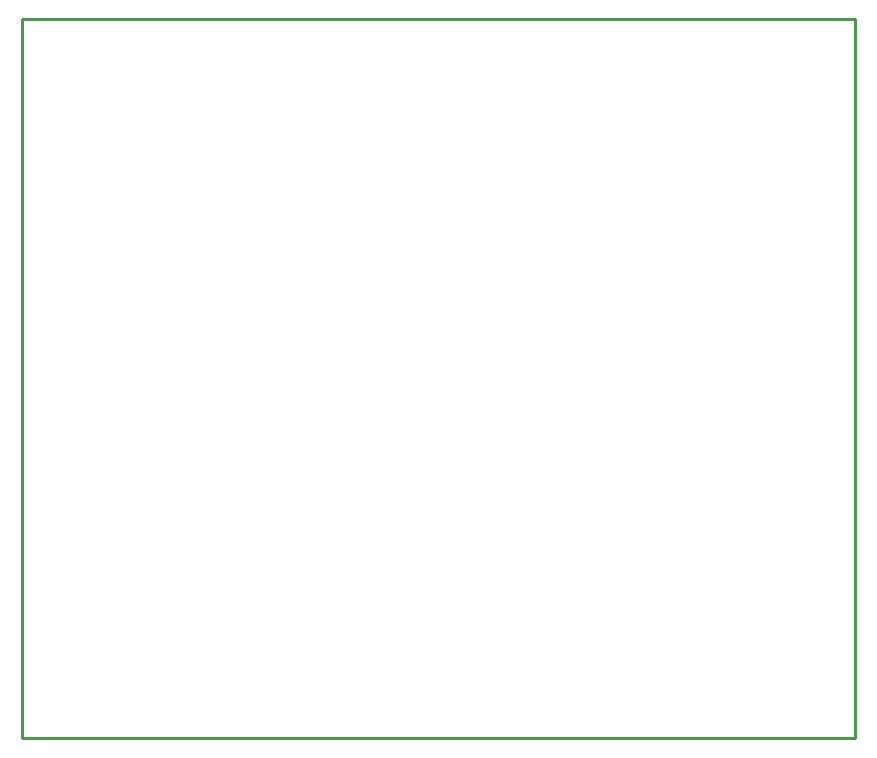
<source format=gko>
G04*
G04 #@! TF.GenerationSoftware,Altium Limited,Altium Designer,22.2.1 (43)*
G04*
G04 Layer_Color=16711935*
%FSLAX44Y44*%
%MOMM*%
G71*
G04*
G04 #@! TF.SameCoordinates,9EA06B20-4A3A-45EB-A118-918BD9F5FCFE*
G04*
G04*
G04 #@! TF.FilePolarity,Positive*
G04*
G01*
G75*
%ADD17C,0.2540*%
D17*
X-0Y609000D02*
X705000D01*
X-0D02*
X0Y0D01*
X705000Y609000D02*
X705000Y0D01*
X0D02*
X705000D01*
M02*

</source>
